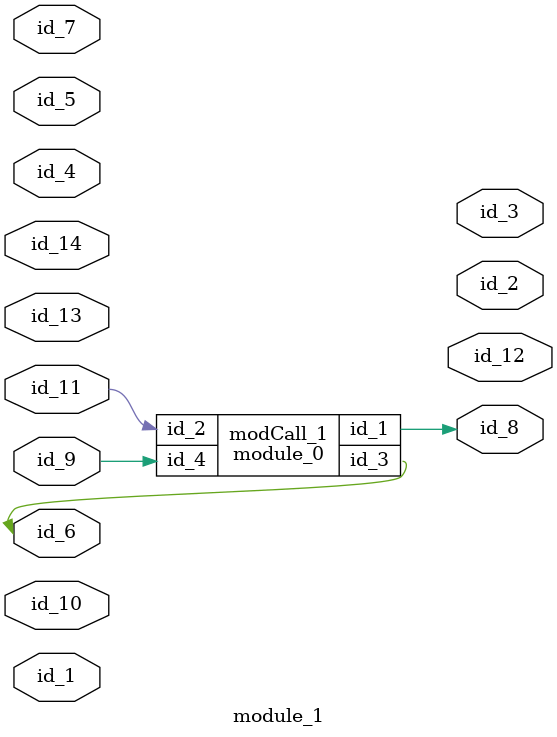
<source format=v>
module module_0 (
    id_1,
    id_2,
    id_3,
    id_4
);
  input wire id_4;
  output wire id_3;
  input wire id_2;
  output wire id_1;
  assign id_1 = id_2;
endmodule
module module_1 (
    id_1,
    id_2,
    id_3,
    id_4,
    id_5,
    id_6,
    id_7,
    id_8,
    id_9,
    id_10,
    id_11,
    id_12,
    id_13,
    id_14
);
  inout wire id_14;
  inout wire id_13;
  output wire id_12;
  inout wire id_11;
  inout wire id_10;
  input wire id_9;
  output wire id_8;
  inout wire id_7;
  inout wire id_6;
  inout wire id_5;
  inout wire id_4;
  output wire id_3;
  module_0 modCall_1 (
      id_8,
      id_11,
      id_6,
      id_9
  );
  output wire id_2;
  inout wire id_1;
  wire id_15;
endmodule

</source>
